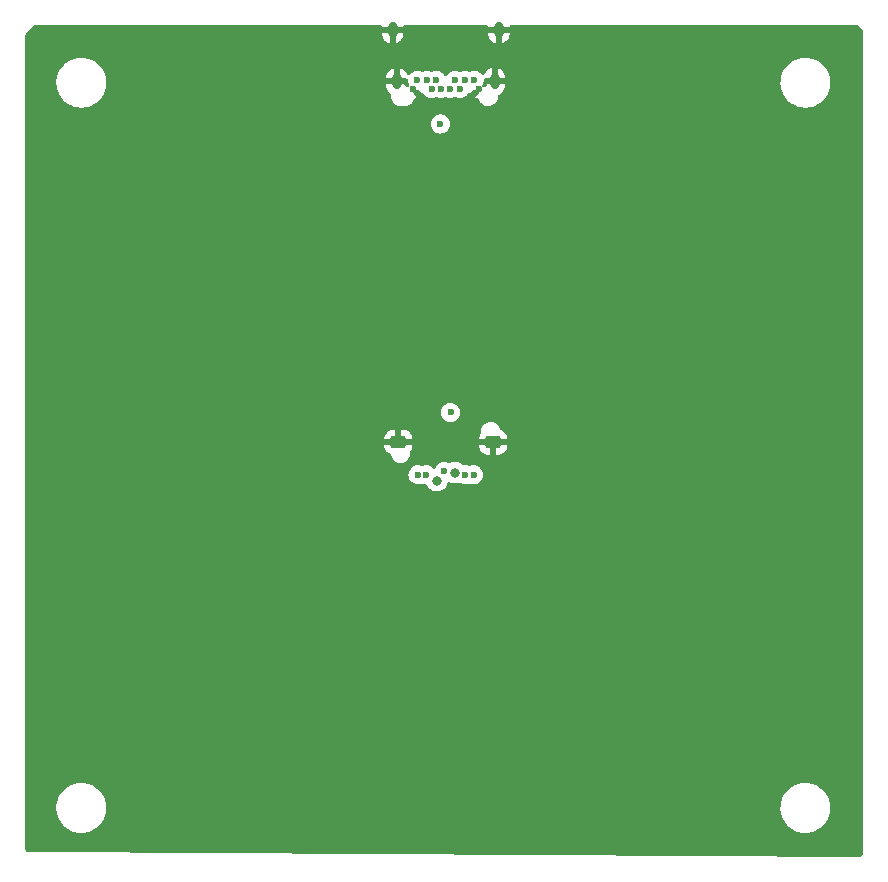
<source format=gbr>
%TF.GenerationSoftware,KiCad,Pcbnew,(6.0.7)*%
%TF.CreationDate,2022-09-26T17:50:27-05:00*%
%TF.ProjectId,T7Totem,5437546f-7465-46d2-9e6b-696361645f70,rev?*%
%TF.SameCoordinates,Original*%
%TF.FileFunction,Copper,L3,Inr*%
%TF.FilePolarity,Positive*%
%FSLAX46Y46*%
G04 Gerber Fmt 4.6, Leading zero omitted, Abs format (unit mm)*
G04 Created by KiCad (PCBNEW (6.0.7)) date 2022-09-26 17:50:27*
%MOMM*%
%LPD*%
G01*
G04 APERTURE LIST*
G04 Aperture macros list*
%AMRoundRect*
0 Rectangle with rounded corners*
0 $1 Rounding radius*
0 $2 $3 $4 $5 $6 $7 $8 $9 X,Y pos of 4 corners*
0 Add a 4 corners polygon primitive as box body*
4,1,4,$2,$3,$4,$5,$6,$7,$8,$9,$2,$3,0*
0 Add four circle primitives for the rounded corners*
1,1,$1+$1,$2,$3*
1,1,$1+$1,$4,$5*
1,1,$1+$1,$6,$7*
1,1,$1+$1,$8,$9*
0 Add four rect primitives between the rounded corners*
20,1,$1+$1,$2,$3,$4,$5,0*
20,1,$1+$1,$4,$5,$6,$7,0*
20,1,$1+$1,$6,$7,$8,$9,0*
20,1,$1+$1,$8,$9,$2,$3,0*%
G04 Aperture macros list end*
%TA.AperFunction,ComponentPad*%
%ADD10C,0.600000*%
%TD*%
%TA.AperFunction,ComponentPad*%
%ADD11O,0.800000X1.400000*%
%TD*%
%TA.AperFunction,ComponentPad*%
%ADD12RoundRect,0.275000X-0.400000X-0.275000X0.400000X-0.275000X0.400000X0.275000X-0.400000X0.275000X0*%
%TD*%
%TA.AperFunction,ViaPad*%
%ADD13C,0.800000*%
%TD*%
%TA.AperFunction,ViaPad*%
%ADD14C,0.600000*%
%TD*%
G04 APERTURE END LIST*
D10*
%TO.N,VSS*%
%TO.C,J2*%
X166350000Y-70395000D03*
%TO.N,TX2+*%
X166750000Y-69695000D03*
%TO.N,TX2-*%
X167550000Y-69695000D03*
%TO.N,VBUS*%
X167950000Y-70395000D03*
%TO.N,CC2*%
X168350000Y-69695000D03*
%TO.N,D+*%
X168750000Y-70395000D03*
%TO.N,D-*%
X169550000Y-70395000D03*
%TO.N,SBU2*%
X169950000Y-69695000D03*
%TO.N,VBUS*%
X170350000Y-70395000D03*
%TO.N,RX1-*%
X170750000Y-69695000D03*
%TO.N,RX1+*%
X171550000Y-69695000D03*
%TO.N,VSS*%
X171950000Y-70395000D03*
D11*
X173640000Y-65405000D03*
X165020000Y-69795000D03*
X173280000Y-69795000D03*
X164660000Y-65405000D03*
%TD*%
D12*
%TO.N,VSS*%
%TO.C,J1*%
X165145000Y-100350000D03*
X173155000Y-100350000D03*
%TD*%
D13*
%TO.N,CC2*%
X168400000Y-103600000D03*
%TO.N,SBU2*%
X169920360Y-102905421D03*
D14*
%TO.N,D-*%
X168700000Y-73400000D03*
%TO.N,RX1+*%
X171500800Y-103100000D03*
%TO.N,RX1-*%
X170799200Y-103100000D03*
%TO.N,TX2+*%
X166799200Y-103100000D03*
%TO.N,TX2-*%
X167500800Y-103100000D03*
%TO.N,D+*%
X169555653Y-97822425D03*
X169024500Y-102812038D03*
%TD*%
%TA.AperFunction,Conductor*%
%TO.N,VSS*%
G36*
X163694121Y-65020002D02*
G01*
X163740614Y-65073658D01*
X163752000Y-65126000D01*
X163752000Y-65132885D01*
X163756475Y-65148124D01*
X163757865Y-65149329D01*
X163765548Y-65151000D01*
X165549885Y-65151000D01*
X165565124Y-65146525D01*
X165566329Y-65145135D01*
X165568000Y-65137452D01*
X165568000Y-65126000D01*
X165588002Y-65057879D01*
X165641658Y-65011386D01*
X165694000Y-65000000D01*
X172606000Y-65000000D01*
X172674121Y-65020002D01*
X172720614Y-65073658D01*
X172732000Y-65126000D01*
X172732000Y-65132885D01*
X172736475Y-65148124D01*
X172737865Y-65149329D01*
X172745548Y-65151000D01*
X174529885Y-65151000D01*
X174545124Y-65146525D01*
X174546329Y-65145135D01*
X174548000Y-65137452D01*
X174548000Y-65126000D01*
X174568002Y-65057879D01*
X174621658Y-65011386D01*
X174674000Y-65000000D01*
X203920488Y-65000000D01*
X203988609Y-65020002D01*
X204002676Y-65030495D01*
X204011777Y-65038327D01*
X204018684Y-65044737D01*
X204355271Y-65381324D01*
X204361667Y-65388216D01*
X204469506Y-65513527D01*
X204498778Y-65578206D01*
X204500000Y-65595713D01*
X204500000Y-135112933D01*
X204479998Y-135181054D01*
X204469511Y-135195113D01*
X204411919Y-135262036D01*
X204405523Y-135268928D01*
X204214001Y-135460450D01*
X204151689Y-135494476D01*
X204124019Y-135497352D01*
X135676455Y-135015327D01*
X133720809Y-135001555D01*
X133652831Y-134981074D01*
X133626192Y-134957746D01*
X133577544Y-134901216D01*
X133571669Y-134893849D01*
X133524621Y-134830101D01*
X133500263Y-134763414D01*
X133500000Y-134755280D01*
X133500000Y-131432703D01*
X136190743Y-131432703D01*
X136228268Y-131717734D01*
X136304129Y-131995036D01*
X136416923Y-132259476D01*
X136564561Y-132506161D01*
X136744313Y-132730528D01*
X136952851Y-132928423D01*
X137186317Y-133096186D01*
X137190112Y-133098195D01*
X137190113Y-133098196D01*
X137211869Y-133109715D01*
X137440392Y-133230712D01*
X137710373Y-133329511D01*
X137991264Y-133390755D01*
X138019841Y-133393004D01*
X138214282Y-133408307D01*
X138214291Y-133408307D01*
X138216739Y-133408500D01*
X138372271Y-133408500D01*
X138374407Y-133408354D01*
X138374418Y-133408354D01*
X138582548Y-133394165D01*
X138582554Y-133394164D01*
X138586825Y-133393873D01*
X138591020Y-133393004D01*
X138591022Y-133393004D01*
X138727583Y-133364724D01*
X138868342Y-133335574D01*
X139139343Y-133239607D01*
X139394812Y-133107750D01*
X139398313Y-133105289D01*
X139398317Y-133105287D01*
X139512417Y-133025096D01*
X139630023Y-132942441D01*
X139822410Y-132763664D01*
X139837479Y-132749661D01*
X139837481Y-132749658D01*
X139840622Y-132746740D01*
X140022713Y-132524268D01*
X140172927Y-132279142D01*
X140288483Y-132015898D01*
X140367244Y-131739406D01*
X140407751Y-131454784D01*
X140407845Y-131436951D01*
X140407867Y-131432703D01*
X197490743Y-131432703D01*
X197528268Y-131717734D01*
X197604129Y-131995036D01*
X197716923Y-132259476D01*
X197864561Y-132506161D01*
X198044313Y-132730528D01*
X198252851Y-132928423D01*
X198486317Y-133096186D01*
X198490112Y-133098195D01*
X198490113Y-133098196D01*
X198511869Y-133109715D01*
X198740392Y-133230712D01*
X199010373Y-133329511D01*
X199291264Y-133390755D01*
X199319841Y-133393004D01*
X199514282Y-133408307D01*
X199514291Y-133408307D01*
X199516739Y-133408500D01*
X199672271Y-133408500D01*
X199674407Y-133408354D01*
X199674418Y-133408354D01*
X199882548Y-133394165D01*
X199882554Y-133394164D01*
X199886825Y-133393873D01*
X199891020Y-133393004D01*
X199891022Y-133393004D01*
X200027583Y-133364724D01*
X200168342Y-133335574D01*
X200439343Y-133239607D01*
X200694812Y-133107750D01*
X200698313Y-133105289D01*
X200698317Y-133105287D01*
X200812417Y-133025096D01*
X200930023Y-132942441D01*
X201122410Y-132763664D01*
X201137479Y-132749661D01*
X201137481Y-132749658D01*
X201140622Y-132746740D01*
X201322713Y-132524268D01*
X201472927Y-132279142D01*
X201588483Y-132015898D01*
X201667244Y-131739406D01*
X201707751Y-131454784D01*
X201707845Y-131436951D01*
X201709235Y-131171583D01*
X201709235Y-131171576D01*
X201709257Y-131167297D01*
X201671732Y-130882266D01*
X201665104Y-130858036D01*
X201621884Y-130700053D01*
X201595871Y-130604964D01*
X201580191Y-130568204D01*
X201484763Y-130344476D01*
X201484761Y-130344472D01*
X201483077Y-130340524D01*
X201335439Y-130093839D01*
X201155687Y-129869472D01*
X200947149Y-129671577D01*
X200713683Y-129503814D01*
X200691843Y-129492250D01*
X200668654Y-129479972D01*
X200459608Y-129369288D01*
X200189627Y-129270489D01*
X199908736Y-129209245D01*
X199877685Y-129206801D01*
X199685718Y-129191693D01*
X199685709Y-129191693D01*
X199683261Y-129191500D01*
X199527729Y-129191500D01*
X199525593Y-129191646D01*
X199525582Y-129191646D01*
X199317452Y-129205835D01*
X199317446Y-129205836D01*
X199313175Y-129206127D01*
X199308980Y-129206996D01*
X199308978Y-129206996D01*
X199172416Y-129235277D01*
X199031658Y-129264426D01*
X198760657Y-129360393D01*
X198505188Y-129492250D01*
X198501687Y-129494711D01*
X198501683Y-129494713D01*
X198491594Y-129501804D01*
X198269977Y-129657559D01*
X198059378Y-129853260D01*
X197877287Y-130075732D01*
X197727073Y-130320858D01*
X197611517Y-130584102D01*
X197532756Y-130860594D01*
X197492249Y-131145216D01*
X197492227Y-131149505D01*
X197492226Y-131149512D01*
X197491108Y-131362948D01*
X197490743Y-131432703D01*
X140407867Y-131432703D01*
X140409235Y-131171583D01*
X140409235Y-131171576D01*
X140409257Y-131167297D01*
X140371732Y-130882266D01*
X140365104Y-130858036D01*
X140321884Y-130700053D01*
X140295871Y-130604964D01*
X140280191Y-130568204D01*
X140184763Y-130344476D01*
X140184761Y-130344472D01*
X140183077Y-130340524D01*
X140035439Y-130093839D01*
X139855687Y-129869472D01*
X139647149Y-129671577D01*
X139413683Y-129503814D01*
X139391843Y-129492250D01*
X139368654Y-129479972D01*
X139159608Y-129369288D01*
X138889627Y-129270489D01*
X138608736Y-129209245D01*
X138577685Y-129206801D01*
X138385718Y-129191693D01*
X138385709Y-129191693D01*
X138383261Y-129191500D01*
X138227729Y-129191500D01*
X138225593Y-129191646D01*
X138225582Y-129191646D01*
X138017452Y-129205835D01*
X138017446Y-129205836D01*
X138013175Y-129206127D01*
X138008980Y-129206996D01*
X138008978Y-129206996D01*
X137872416Y-129235277D01*
X137731658Y-129264426D01*
X137460657Y-129360393D01*
X137205188Y-129492250D01*
X137201687Y-129494711D01*
X137201683Y-129494713D01*
X137191594Y-129501804D01*
X136969977Y-129657559D01*
X136759378Y-129853260D01*
X136577287Y-130075732D01*
X136427073Y-130320858D01*
X136311517Y-130584102D01*
X136232756Y-130860594D01*
X136192249Y-131145216D01*
X136192227Y-131149505D01*
X136192226Y-131149512D01*
X136191108Y-131362948D01*
X136190743Y-131432703D01*
X133500000Y-131432703D01*
X133500000Y-103088640D01*
X165985663Y-103088640D01*
X166003363Y-103269160D01*
X166060618Y-103441273D01*
X166064265Y-103447295D01*
X166064266Y-103447297D01*
X166148538Y-103586447D01*
X166154580Y-103596424D01*
X166280582Y-103726902D01*
X166432359Y-103826222D01*
X166438963Y-103828678D01*
X166438965Y-103828679D01*
X166595758Y-103886990D01*
X166595760Y-103886990D01*
X166602368Y-103889448D01*
X166686195Y-103900633D01*
X166775180Y-103912507D01*
X166775184Y-103912507D01*
X166782161Y-103913438D01*
X166789172Y-103912800D01*
X166789176Y-103912800D01*
X166931659Y-103899832D01*
X166962800Y-103896998D01*
X166969500Y-103894821D01*
X166969505Y-103894820D01*
X167113990Y-103847874D01*
X167184958Y-103845847D01*
X167196836Y-103849606D01*
X167303968Y-103889448D01*
X167474485Y-103912200D01*
X167539360Y-103941036D01*
X167566937Y-103974092D01*
X167660960Y-104136944D01*
X167788747Y-104278866D01*
X167943248Y-104391118D01*
X167949276Y-104393802D01*
X167949278Y-104393803D01*
X168111681Y-104466109D01*
X168117712Y-104468794D01*
X168211113Y-104488647D01*
X168298056Y-104507128D01*
X168298061Y-104507128D01*
X168304513Y-104508500D01*
X168495487Y-104508500D01*
X168501939Y-104507128D01*
X168501944Y-104507128D01*
X168588887Y-104488647D01*
X168682288Y-104468794D01*
X168688319Y-104466109D01*
X168850722Y-104393803D01*
X168850724Y-104393802D01*
X168856752Y-104391118D01*
X169011253Y-104278866D01*
X169139040Y-104136944D01*
X169234527Y-103971556D01*
X169275373Y-103845847D01*
X169291501Y-103796210D01*
X169291501Y-103796209D01*
X169293542Y-103789928D01*
X169293917Y-103786362D01*
X169327115Y-103724875D01*
X169389266Y-103690556D01*
X169460105Y-103695285D01*
X169467880Y-103698441D01*
X169632035Y-103771527D01*
X169638072Y-103774215D01*
X169731472Y-103794068D01*
X169818416Y-103812549D01*
X169818421Y-103812549D01*
X169824873Y-103813921D01*
X170015847Y-103813921D01*
X170022299Y-103812549D01*
X170022304Y-103812549D01*
X170109247Y-103794068D01*
X170202648Y-103774215D01*
X170208681Y-103771529D01*
X170208687Y-103771527D01*
X170229298Y-103762351D01*
X170299665Y-103752917D01*
X170349537Y-103772025D01*
X170372952Y-103787347D01*
X170432359Y-103826222D01*
X170438963Y-103828678D01*
X170438965Y-103828679D01*
X170595758Y-103886990D01*
X170595760Y-103886990D01*
X170602368Y-103889448D01*
X170686195Y-103900633D01*
X170775180Y-103912507D01*
X170775184Y-103912507D01*
X170782161Y-103913438D01*
X170789172Y-103912800D01*
X170789176Y-103912800D01*
X170931659Y-103899832D01*
X170962800Y-103896998D01*
X170969500Y-103894821D01*
X170969505Y-103894820D01*
X171113990Y-103847874D01*
X171184958Y-103845847D01*
X171196836Y-103849606D01*
X171303968Y-103889448D01*
X171387795Y-103900633D01*
X171476780Y-103912507D01*
X171476784Y-103912507D01*
X171483761Y-103913438D01*
X171490772Y-103912800D01*
X171490776Y-103912800D01*
X171633259Y-103899832D01*
X171664400Y-103896998D01*
X171671102Y-103894820D01*
X171671104Y-103894820D01*
X171830209Y-103843124D01*
X171830212Y-103843123D01*
X171836908Y-103840947D01*
X171968754Y-103762351D01*
X171986660Y-103751677D01*
X171986662Y-103751676D01*
X171992712Y-103748069D01*
X172124066Y-103622982D01*
X172224443Y-103471902D01*
X172288855Y-103302338D01*
X172289835Y-103295366D01*
X172313548Y-103126639D01*
X172313548Y-103126636D01*
X172314099Y-103122717D01*
X172314416Y-103100000D01*
X172294197Y-102919745D01*
X172291880Y-102913091D01*
X172236864Y-102755106D01*
X172236862Y-102755103D01*
X172234545Y-102748448D01*
X172138426Y-102594624D01*
X172029822Y-102485259D01*
X172015578Y-102470915D01*
X172015574Y-102470912D01*
X172010615Y-102465918D01*
X171999497Y-102458862D01*
X171951338Y-102428300D01*
X171857466Y-102368727D01*
X171808357Y-102351240D01*
X171693225Y-102310243D01*
X171693220Y-102310242D01*
X171686590Y-102307881D01*
X171679602Y-102307048D01*
X171679599Y-102307047D01*
X171556498Y-102292368D01*
X171506480Y-102286404D01*
X171499477Y-102287140D01*
X171499476Y-102287140D01*
X171333088Y-102304628D01*
X171333086Y-102304629D01*
X171326088Y-102305364D01*
X171189626Y-102351819D01*
X171118695Y-102354837D01*
X171106765Y-102351243D01*
X171029236Y-102323636D01*
X170991624Y-102310243D01*
X170991622Y-102310243D01*
X170984990Y-102307881D01*
X170978002Y-102307048D01*
X170977999Y-102307047D01*
X170854898Y-102292368D01*
X170804880Y-102286404D01*
X170797877Y-102287140D01*
X170797876Y-102287140D01*
X170768531Y-102290224D01*
X170668314Y-102300758D01*
X170598478Y-102287986D01*
X170561509Y-102259758D01*
X170536035Y-102231466D01*
X170536034Y-102231465D01*
X170531613Y-102226555D01*
X170377112Y-102114303D01*
X170371084Y-102111619D01*
X170371082Y-102111618D01*
X170208679Y-102039312D01*
X170208678Y-102039312D01*
X170202648Y-102036627D01*
X170108739Y-102016666D01*
X170022304Y-101998293D01*
X170022299Y-101998293D01*
X170015847Y-101996921D01*
X169824873Y-101996921D01*
X169818421Y-101998293D01*
X169818416Y-101998293D01*
X169731981Y-102016666D01*
X169638072Y-102036627D01*
X169507933Y-102094568D01*
X169437568Y-102104002D01*
X169393518Y-102087476D01*
X169393444Y-102087628D01*
X169391849Y-102086850D01*
X169389172Y-102085846D01*
X169381166Y-102080765D01*
X169346433Y-102068397D01*
X169216925Y-102022281D01*
X169216920Y-102022280D01*
X169210290Y-102019919D01*
X169203302Y-102019086D01*
X169203299Y-102019085D01*
X169074820Y-102003765D01*
X169030180Y-101998442D01*
X169023177Y-101999178D01*
X169023176Y-101999178D01*
X168856788Y-102016666D01*
X168856786Y-102016667D01*
X168849788Y-102017402D01*
X168678079Y-102075856D01*
X168632329Y-102104002D01*
X168529595Y-102167204D01*
X168529592Y-102167206D01*
X168523588Y-102170900D01*
X168518553Y-102175831D01*
X168518550Y-102175833D01*
X168404024Y-102287986D01*
X168393993Y-102297809D01*
X168295735Y-102450276D01*
X168283001Y-102485261D01*
X168240909Y-102542431D01*
X168174588Y-102567770D01*
X168105096Y-102553230D01*
X168075195Y-102530950D01*
X168015578Y-102470915D01*
X168015574Y-102470912D01*
X168010615Y-102465918D01*
X167999497Y-102458862D01*
X167951338Y-102428300D01*
X167857466Y-102368727D01*
X167808357Y-102351240D01*
X167693225Y-102310243D01*
X167693220Y-102310242D01*
X167686590Y-102307881D01*
X167679602Y-102307048D01*
X167679599Y-102307047D01*
X167556498Y-102292368D01*
X167506480Y-102286404D01*
X167499477Y-102287140D01*
X167499476Y-102287140D01*
X167333088Y-102304628D01*
X167333086Y-102304629D01*
X167326088Y-102305364D01*
X167189626Y-102351819D01*
X167118695Y-102354837D01*
X167106765Y-102351243D01*
X167029236Y-102323636D01*
X166991624Y-102310243D01*
X166991622Y-102310243D01*
X166984990Y-102307881D01*
X166978002Y-102307048D01*
X166977999Y-102307047D01*
X166854898Y-102292368D01*
X166804880Y-102286404D01*
X166797877Y-102287140D01*
X166797876Y-102287140D01*
X166631488Y-102304628D01*
X166631486Y-102304629D01*
X166624488Y-102305364D01*
X166452779Y-102363818D01*
X166446775Y-102367512D01*
X166304295Y-102455166D01*
X166304292Y-102455168D01*
X166298288Y-102458862D01*
X166293253Y-102463793D01*
X166293250Y-102463795D01*
X166187075Y-102567770D01*
X166168693Y-102585771D01*
X166070435Y-102738238D01*
X166068026Y-102744858D01*
X166068024Y-102744861D01*
X166010806Y-102902066D01*
X166008397Y-102908685D01*
X165985663Y-103088640D01*
X133500000Y-103088640D01*
X133500000Y-100709122D01*
X163962001Y-100709122D01*
X163962051Y-100710851D01*
X163963470Y-100720771D01*
X164000200Y-100879867D01*
X164004850Y-100893070D01*
X164075171Y-101038535D01*
X164082637Y-101050391D01*
X164183439Y-101176665D01*
X164193335Y-101186561D01*
X164319609Y-101287363D01*
X164331464Y-101294829D01*
X164478515Y-101365916D01*
X164531140Y-101413572D01*
X164545247Y-101448600D01*
X164545364Y-101449712D01*
X164603818Y-101621421D01*
X164698862Y-101775912D01*
X164703793Y-101780947D01*
X164703795Y-101780950D01*
X164820843Y-101900475D01*
X164825771Y-101905507D01*
X164978238Y-102003765D01*
X164984858Y-102006174D01*
X164984861Y-102006176D01*
X165142066Y-102063394D01*
X165148685Y-102065803D01*
X165288769Y-102083500D01*
X165385610Y-102083500D01*
X165520255Y-102068397D01*
X165534622Y-102063394D01*
X165684894Y-102011064D01*
X165684897Y-102011062D01*
X165691552Y-102008745D01*
X165699522Y-102003765D01*
X165839402Y-101916359D01*
X165845376Y-101912626D01*
X165857612Y-101900475D01*
X165969085Y-101789778D01*
X165969088Y-101789774D01*
X165974082Y-101784815D01*
X166071273Y-101631666D01*
X166081672Y-101602463D01*
X166129757Y-101467425D01*
X166129758Y-101467420D01*
X166132119Y-101460790D01*
X166133132Y-101452299D01*
X166152762Y-101287673D01*
X166153596Y-101280680D01*
X166143865Y-101188094D01*
X166156637Y-101118256D01*
X166170703Y-101096316D01*
X166207364Y-101050391D01*
X166214828Y-101038538D01*
X166285150Y-100893070D01*
X166289800Y-100879867D01*
X166326532Y-100720764D01*
X166327949Y-100710867D01*
X166327999Y-100709122D01*
X171972001Y-100709122D01*
X171972051Y-100710851D01*
X171973470Y-100720771D01*
X172010200Y-100879867D01*
X172014850Y-100893070D01*
X172085171Y-101038535D01*
X172092637Y-101050391D01*
X172193439Y-101176665D01*
X172203335Y-101186561D01*
X172329609Y-101287363D01*
X172341465Y-101294829D01*
X172486930Y-101365150D01*
X172500133Y-101369800D01*
X172659236Y-101406532D01*
X172669133Y-101407949D01*
X172670907Y-101408000D01*
X172882885Y-101408000D01*
X172898124Y-101403525D01*
X172899329Y-101402135D01*
X172901000Y-101394452D01*
X172901000Y-101389884D01*
X173409000Y-101389884D01*
X173413475Y-101405123D01*
X173414865Y-101406328D01*
X173422548Y-101407999D01*
X173639122Y-101407999D01*
X173640851Y-101407949D01*
X173650771Y-101406530D01*
X173809867Y-101369800D01*
X173823070Y-101365150D01*
X173968535Y-101294829D01*
X173980391Y-101287363D01*
X174106665Y-101186561D01*
X174116561Y-101176665D01*
X174217363Y-101050391D01*
X174224829Y-101038535D01*
X174295150Y-100893070D01*
X174299800Y-100879867D01*
X174336532Y-100720764D01*
X174337949Y-100710867D01*
X174338000Y-100709093D01*
X174338000Y-100622115D01*
X174333525Y-100606876D01*
X174332135Y-100605671D01*
X174324452Y-100604000D01*
X173427115Y-100604000D01*
X173411876Y-100608475D01*
X173410671Y-100609865D01*
X173409000Y-100617548D01*
X173409000Y-101389884D01*
X172901000Y-101389884D01*
X172901000Y-100622115D01*
X172896525Y-100606876D01*
X172895135Y-100605671D01*
X172887452Y-100604000D01*
X171990116Y-100604000D01*
X171974877Y-100608475D01*
X171973672Y-100609865D01*
X171972001Y-100617548D01*
X171972001Y-100709122D01*
X166327999Y-100709122D01*
X166328000Y-100709093D01*
X166328000Y-100622115D01*
X166323525Y-100606876D01*
X166322135Y-100605671D01*
X166314452Y-100604000D01*
X165828479Y-100604000D01*
X165760227Y-100583913D01*
X165701762Y-100546235D01*
X165695142Y-100543826D01*
X165695139Y-100543824D01*
X165537934Y-100486606D01*
X165537933Y-100486606D01*
X165531315Y-100484197D01*
X165391231Y-100466500D01*
X165294390Y-100466500D01*
X165159745Y-100481603D01*
X165153092Y-100483920D01*
X165153091Y-100483920D01*
X164995106Y-100538936D01*
X164995103Y-100538938D01*
X164988448Y-100541255D01*
X164982469Y-100544991D01*
X164918674Y-100584854D01*
X164851905Y-100604000D01*
X163980116Y-100604000D01*
X163964877Y-100608475D01*
X163963672Y-100609865D01*
X163962001Y-100617548D01*
X163962001Y-100709122D01*
X133500000Y-100709122D01*
X133500000Y-100077885D01*
X163962000Y-100077885D01*
X163966475Y-100093124D01*
X163967865Y-100094329D01*
X163975548Y-100096000D01*
X164872885Y-100096000D01*
X164888124Y-100091525D01*
X164889329Y-100090135D01*
X164891000Y-100082452D01*
X164891000Y-100077885D01*
X165399000Y-100077885D01*
X165403475Y-100093124D01*
X165404865Y-100094329D01*
X165412548Y-100096000D01*
X166309884Y-100096000D01*
X166325123Y-100091525D01*
X166326328Y-100090135D01*
X166327999Y-100082452D01*
X166327999Y-100077885D01*
X171972000Y-100077885D01*
X171976475Y-100093124D01*
X171977865Y-100094329D01*
X171985548Y-100096000D01*
X172471521Y-100096000D01*
X172539773Y-100116087D01*
X172598238Y-100153765D01*
X172604858Y-100156174D01*
X172604861Y-100156176D01*
X172762066Y-100213394D01*
X172768685Y-100215803D01*
X172908769Y-100233500D01*
X173005610Y-100233500D01*
X173140255Y-100218397D01*
X173154622Y-100213394D01*
X173304894Y-100161064D01*
X173304897Y-100161062D01*
X173311552Y-100158745D01*
X173381325Y-100115146D01*
X173448095Y-100096000D01*
X174319884Y-100096000D01*
X174335123Y-100091525D01*
X174336328Y-100090135D01*
X174337999Y-100082452D01*
X174337999Y-99990878D01*
X174337949Y-99989149D01*
X174336530Y-99979229D01*
X174299800Y-99820133D01*
X174295150Y-99806930D01*
X174224829Y-99661465D01*
X174217363Y-99649609D01*
X174116561Y-99523335D01*
X174106665Y-99513439D01*
X173980391Y-99412637D01*
X173968536Y-99405171D01*
X173821485Y-99334084D01*
X173768860Y-99286428D01*
X173754753Y-99251400D01*
X173754636Y-99250288D01*
X173696182Y-99078579D01*
X173601138Y-98924088D01*
X173596207Y-98919053D01*
X173596205Y-98919050D01*
X173479157Y-98799525D01*
X173479156Y-98799524D01*
X173474229Y-98794493D01*
X173321762Y-98696235D01*
X173315142Y-98693826D01*
X173315139Y-98693824D01*
X173157934Y-98636606D01*
X173157933Y-98636606D01*
X173151315Y-98634197D01*
X173011231Y-98616500D01*
X172914390Y-98616500D01*
X172779745Y-98631603D01*
X172773092Y-98633920D01*
X172773091Y-98633920D01*
X172615106Y-98688936D01*
X172615103Y-98688938D01*
X172608448Y-98691255D01*
X172602469Y-98694991D01*
X172594367Y-98700054D01*
X172454624Y-98787374D01*
X172449628Y-98792335D01*
X172449627Y-98792336D01*
X172330915Y-98910222D01*
X172330912Y-98910226D01*
X172325918Y-98915185D01*
X172228727Y-99068334D01*
X172226362Y-99074976D01*
X172170243Y-99232575D01*
X172170242Y-99232580D01*
X172167881Y-99239210D01*
X172167048Y-99246198D01*
X172167047Y-99246201D01*
X172152368Y-99369302D01*
X172146404Y-99419320D01*
X172147140Y-99426323D01*
X172147140Y-99426325D01*
X172156135Y-99511906D01*
X172143363Y-99581744D01*
X172129297Y-99603684D01*
X172092636Y-99649609D01*
X172085172Y-99661462D01*
X172014850Y-99806930D01*
X172010200Y-99820133D01*
X171973468Y-99979236D01*
X171972051Y-99989133D01*
X171972000Y-99990907D01*
X171972000Y-100077885D01*
X166327999Y-100077885D01*
X166327999Y-99990878D01*
X166327949Y-99989149D01*
X166326530Y-99979229D01*
X166289800Y-99820133D01*
X166285150Y-99806930D01*
X166214829Y-99661465D01*
X166207363Y-99649609D01*
X166106561Y-99523335D01*
X166096665Y-99513439D01*
X165970391Y-99412637D01*
X165958535Y-99405171D01*
X165813070Y-99334850D01*
X165799867Y-99330200D01*
X165640764Y-99293468D01*
X165630867Y-99292051D01*
X165629093Y-99292000D01*
X165417115Y-99292000D01*
X165401876Y-99296475D01*
X165400671Y-99297865D01*
X165399000Y-99305548D01*
X165399000Y-100077885D01*
X164891000Y-100077885D01*
X164891000Y-99310116D01*
X164886525Y-99294877D01*
X164885135Y-99293672D01*
X164877452Y-99292001D01*
X164660878Y-99292001D01*
X164659149Y-99292051D01*
X164649229Y-99293470D01*
X164490133Y-99330200D01*
X164476930Y-99334850D01*
X164331465Y-99405171D01*
X164319609Y-99412637D01*
X164193335Y-99513439D01*
X164183439Y-99523335D01*
X164082637Y-99649609D01*
X164075171Y-99661465D01*
X164004850Y-99806930D01*
X164000200Y-99820133D01*
X163963468Y-99979236D01*
X163962051Y-99989133D01*
X163962000Y-99990907D01*
X163962000Y-100077885D01*
X133500000Y-100077885D01*
X133500000Y-97811065D01*
X168742116Y-97811065D01*
X168759816Y-97991585D01*
X168817071Y-98163698D01*
X168820718Y-98169720D01*
X168820719Y-98169722D01*
X168831631Y-98187739D01*
X168911033Y-98318849D01*
X169037035Y-98449327D01*
X169188812Y-98548647D01*
X169195416Y-98551103D01*
X169195418Y-98551104D01*
X169352211Y-98609415D01*
X169352213Y-98609415D01*
X169358821Y-98611873D01*
X169442648Y-98623058D01*
X169531633Y-98634932D01*
X169531637Y-98634932D01*
X169538614Y-98635863D01*
X169545625Y-98635225D01*
X169545629Y-98635225D01*
X169688112Y-98622257D01*
X169719253Y-98619423D01*
X169725955Y-98617245D01*
X169725957Y-98617245D01*
X169885062Y-98565549D01*
X169885065Y-98565548D01*
X169891761Y-98563372D01*
X170047565Y-98470494D01*
X170178919Y-98345407D01*
X170279296Y-98194327D01*
X170343708Y-98024763D01*
X170344688Y-98017791D01*
X170368401Y-97849064D01*
X170368401Y-97849061D01*
X170368952Y-97845142D01*
X170369269Y-97822425D01*
X170349050Y-97642170D01*
X170346733Y-97635516D01*
X170291717Y-97477531D01*
X170291715Y-97477528D01*
X170289398Y-97470873D01*
X170193279Y-97317049D01*
X170179594Y-97303268D01*
X170070431Y-97193340D01*
X170070427Y-97193337D01*
X170065468Y-97188343D01*
X170054350Y-97181287D01*
X170006191Y-97150725D01*
X169912319Y-97091152D01*
X169883116Y-97080753D01*
X169748078Y-97032668D01*
X169748073Y-97032667D01*
X169741443Y-97030306D01*
X169734455Y-97029473D01*
X169734452Y-97029472D01*
X169611351Y-97014793D01*
X169561333Y-97008829D01*
X169554330Y-97009565D01*
X169554329Y-97009565D01*
X169387941Y-97027053D01*
X169387939Y-97027054D01*
X169380941Y-97027789D01*
X169209232Y-97086243D01*
X169203228Y-97089937D01*
X169060748Y-97177591D01*
X169060745Y-97177593D01*
X169054741Y-97181287D01*
X169049706Y-97186218D01*
X169049703Y-97186220D01*
X168930178Y-97303268D01*
X168925146Y-97308196D01*
X168826888Y-97460663D01*
X168824479Y-97467283D01*
X168824477Y-97467286D01*
X168767259Y-97624491D01*
X168764850Y-97631110D01*
X168742116Y-97811065D01*
X133500000Y-97811065D01*
X133500000Y-73388640D01*
X167886463Y-73388640D01*
X167904163Y-73569160D01*
X167961418Y-73741273D01*
X167965065Y-73747295D01*
X167965066Y-73747297D01*
X167975978Y-73765314D01*
X168055380Y-73896424D01*
X168181382Y-74026902D01*
X168333159Y-74126222D01*
X168339763Y-74128678D01*
X168339765Y-74128679D01*
X168496558Y-74186990D01*
X168496560Y-74186990D01*
X168503168Y-74189448D01*
X168586995Y-74200633D01*
X168675980Y-74212507D01*
X168675984Y-74212507D01*
X168682961Y-74213438D01*
X168689972Y-74212800D01*
X168689976Y-74212800D01*
X168832459Y-74199832D01*
X168863600Y-74196998D01*
X168870302Y-74194820D01*
X168870304Y-74194820D01*
X169029409Y-74143124D01*
X169029412Y-74143123D01*
X169036108Y-74140947D01*
X169191912Y-74048069D01*
X169323266Y-73922982D01*
X169423643Y-73771902D01*
X169488055Y-73602338D01*
X169489035Y-73595366D01*
X169512748Y-73426639D01*
X169512748Y-73426636D01*
X169513299Y-73422717D01*
X169513616Y-73400000D01*
X169493397Y-73219745D01*
X169491080Y-73213091D01*
X169436064Y-73055106D01*
X169436062Y-73055103D01*
X169433745Y-73048448D01*
X169337626Y-72894624D01*
X169323941Y-72880843D01*
X169214778Y-72770915D01*
X169214774Y-72770912D01*
X169209815Y-72765918D01*
X169198697Y-72758862D01*
X169150538Y-72728300D01*
X169056666Y-72668727D01*
X169027463Y-72658328D01*
X168892425Y-72610243D01*
X168892420Y-72610242D01*
X168885790Y-72607881D01*
X168878802Y-72607048D01*
X168878799Y-72607047D01*
X168755698Y-72592368D01*
X168705680Y-72586404D01*
X168698677Y-72587140D01*
X168698676Y-72587140D01*
X168532288Y-72604628D01*
X168532286Y-72604629D01*
X168525288Y-72605364D01*
X168353579Y-72663818D01*
X168347575Y-72667512D01*
X168205095Y-72755166D01*
X168205092Y-72755168D01*
X168199088Y-72758862D01*
X168194053Y-72763793D01*
X168194050Y-72763795D01*
X168074525Y-72880843D01*
X168069493Y-72885771D01*
X167971235Y-73038238D01*
X167968826Y-73044858D01*
X167968824Y-73044861D01*
X167911606Y-73202066D01*
X167909197Y-73208685D01*
X167886463Y-73388640D01*
X133500000Y-73388640D01*
X133500000Y-70032703D01*
X136190743Y-70032703D01*
X136191302Y-70036947D01*
X136191302Y-70036951D01*
X136197927Y-70087274D01*
X136228268Y-70317734D01*
X136304129Y-70595036D01*
X136305813Y-70598984D01*
X136377437Y-70766902D01*
X136416923Y-70859476D01*
X136454293Y-70921917D01*
X136560068Y-71098653D01*
X136564561Y-71106161D01*
X136744313Y-71330528D01*
X136764475Y-71349661D01*
X136931114Y-71507795D01*
X136952851Y-71528423D01*
X137186317Y-71696186D01*
X137190112Y-71698195D01*
X137190113Y-71698196D01*
X137208881Y-71708133D01*
X137440392Y-71830712D01*
X137710373Y-71929511D01*
X137991264Y-71990755D01*
X138019841Y-71993004D01*
X138214282Y-72008307D01*
X138214291Y-72008307D01*
X138216739Y-72008500D01*
X138372271Y-72008500D01*
X138374407Y-72008354D01*
X138374418Y-72008354D01*
X138582548Y-71994165D01*
X138582554Y-71994164D01*
X138586825Y-71993873D01*
X138591020Y-71993004D01*
X138591022Y-71993004D01*
X138727584Y-71964723D01*
X138868342Y-71935574D01*
X139139343Y-71839607D01*
X139394812Y-71707750D01*
X139398313Y-71705289D01*
X139398317Y-71705287D01*
X139564640Y-71588393D01*
X139630023Y-71542441D01*
X139840622Y-71346740D01*
X140022713Y-71124268D01*
X140172927Y-70879142D01*
X140288483Y-70615898D01*
X140367244Y-70339406D01*
X140395722Y-70139302D01*
X164112000Y-70139302D01*
X164112344Y-70145862D01*
X164126259Y-70278261D01*
X164128989Y-70291102D01*
X164183889Y-70460066D01*
X164189235Y-70472074D01*
X164278062Y-70625927D01*
X164285786Y-70636558D01*
X164404663Y-70768585D01*
X164414426Y-70777376D01*
X164489848Y-70832173D01*
X164533202Y-70888395D01*
X164540095Y-70954688D01*
X164532892Y-70998198D01*
X164533249Y-71005015D01*
X164533249Y-71005019D01*
X164539294Y-71120355D01*
X164542370Y-71179047D01*
X164544181Y-71185620D01*
X164544181Y-71185623D01*
X164572373Y-71287972D01*
X164590461Y-71353641D01*
X164674922Y-71513836D01*
X164679327Y-71519049D01*
X164679330Y-71519053D01*
X164787406Y-71646943D01*
X164787410Y-71646947D01*
X164791813Y-71652157D01*
X164797237Y-71656304D01*
X164797238Y-71656305D01*
X164930257Y-71758006D01*
X164930261Y-71758009D01*
X164935678Y-71762150D01*
X165022372Y-71802576D01*
X165093631Y-71835805D01*
X165093634Y-71835806D01*
X165099808Y-71838685D01*
X165106456Y-71840171D01*
X165106459Y-71840172D01*
X165212421Y-71863857D01*
X165276543Y-71878190D01*
X165282088Y-71878500D01*
X165715244Y-71878500D01*
X165850037Y-71863857D01*
X165968190Y-71824094D01*
X166015204Y-71808272D01*
X166015206Y-71808271D01*
X166021675Y-71806094D01*
X166176905Y-71712823D01*
X166181862Y-71708135D01*
X166181865Y-71708133D01*
X166303527Y-71593082D01*
X166303529Y-71593080D01*
X166308485Y-71588393D01*
X166312317Y-71582755D01*
X166312320Y-71582751D01*
X166406442Y-71444255D01*
X166410277Y-71438612D01*
X166477530Y-71270466D01*
X166478645Y-71263733D01*
X166479178Y-71261823D01*
X166516763Y-71201591D01*
X166561601Y-71175876D01*
X166679199Y-71137667D01*
X166691953Y-71131881D01*
X166698769Y-71127818D01*
X166708358Y-71117476D01*
X166704853Y-71109063D01*
X166517706Y-70921917D01*
X166485325Y-70866281D01*
X166451352Y-70742941D01*
X166449539Y-70736359D01*
X166411814Y-70664807D01*
X166397737Y-70595220D01*
X166423516Y-70529069D01*
X166480967Y-70487356D01*
X166551661Y-70483888D01*
X166553168Y-70484448D01*
X166560145Y-70485379D01*
X166725980Y-70507507D01*
X166725984Y-70507507D01*
X166732961Y-70508438D01*
X166739972Y-70507800D01*
X166739977Y-70507800D01*
X166756388Y-70506306D01*
X166826041Y-70520051D01*
X166856903Y-70542692D01*
X167062500Y-70748289D01*
X167076444Y-70755903D01*
X167083519Y-70755397D01*
X167131890Y-70737355D01*
X167201264Y-70752445D01*
X167248657Y-70797763D01*
X167300157Y-70882799D01*
X167305380Y-70891424D01*
X167431382Y-71021902D01*
X167437278Y-71025760D01*
X167554517Y-71102479D01*
X167583159Y-71121222D01*
X167589763Y-71123678D01*
X167589765Y-71123679D01*
X167746558Y-71181990D01*
X167746560Y-71181990D01*
X167753168Y-71184448D01*
X167836995Y-71195633D01*
X167925980Y-71207507D01*
X167925984Y-71207507D01*
X167932961Y-71208438D01*
X167939972Y-71207800D01*
X167939976Y-71207800D01*
X168082459Y-71194832D01*
X168113600Y-71191998D01*
X168120302Y-71189820D01*
X168120304Y-71189820D01*
X168279409Y-71138124D01*
X168279412Y-71138123D01*
X168286108Y-71135947D01*
X168292159Y-71132340D01*
X168298574Y-71129430D01*
X168299826Y-71132190D01*
X168355550Y-71117866D01*
X168395185Y-71125694D01*
X168553168Y-71184448D01*
X168636995Y-71195633D01*
X168725980Y-71207507D01*
X168725984Y-71207507D01*
X168732961Y-71208438D01*
X168739972Y-71207800D01*
X168739976Y-71207800D01*
X168882459Y-71194832D01*
X168913600Y-71191998D01*
X168920302Y-71189820D01*
X168920304Y-71189820D01*
X169079409Y-71138124D01*
X169079412Y-71138123D01*
X169086108Y-71135947D01*
X169092159Y-71132340D01*
X169098574Y-71129430D01*
X169099826Y-71132190D01*
X169155550Y-71117866D01*
X169195185Y-71125694D01*
X169353168Y-71184448D01*
X169436995Y-71195633D01*
X169525980Y-71207507D01*
X169525984Y-71207507D01*
X169532961Y-71208438D01*
X169539972Y-71207800D01*
X169539976Y-71207800D01*
X169682459Y-71194832D01*
X169713600Y-71191998D01*
X169720302Y-71189820D01*
X169720304Y-71189820D01*
X169879409Y-71138124D01*
X169879412Y-71138123D01*
X169886108Y-71135947D01*
X169892159Y-71132340D01*
X169898574Y-71129430D01*
X169899826Y-71132190D01*
X169955550Y-71117866D01*
X169995185Y-71125694D01*
X170153168Y-71184448D01*
X170236995Y-71195633D01*
X170325980Y-71207507D01*
X170325984Y-71207507D01*
X170332961Y-71208438D01*
X170339972Y-71207800D01*
X170339976Y-71207800D01*
X170482459Y-71194832D01*
X170513600Y-71191998D01*
X170520302Y-71189820D01*
X170520304Y-71189820D01*
X170679409Y-71138124D01*
X170679412Y-71138123D01*
X170686108Y-71135947D01*
X170841912Y-71043069D01*
X170973266Y-70917982D01*
X171055732Y-70793860D01*
X171110089Y-70748190D01*
X171180509Y-70739157D01*
X171204592Y-70750771D01*
X171225535Y-70754353D01*
X171235794Y-70749995D01*
X171441259Y-70544530D01*
X171503571Y-70510504D01*
X171529567Y-70507985D01*
X171532961Y-70508438D01*
X171713600Y-70491998D01*
X171720302Y-70489820D01*
X171720304Y-70489820D01*
X171811877Y-70460066D01*
X171882658Y-70437068D01*
X171953624Y-70435040D01*
X172014422Y-70471703D01*
X172045748Y-70535415D01*
X172037655Y-70605949D01*
X172025805Y-70627723D01*
X172013560Y-70645740D01*
X172013555Y-70645750D01*
X172009723Y-70651388D01*
X172004356Y-70664807D01*
X171990599Y-70699202D01*
X171962705Y-70741505D01*
X171950000Y-70754210D01*
X171596236Y-71107975D01*
X171589476Y-71120355D01*
X171592259Y-71124073D01*
X171746680Y-71181502D01*
X171760278Y-71184892D01*
X171847562Y-71196539D01*
X171912439Y-71225375D01*
X171952373Y-71287972D01*
X171970461Y-71353641D01*
X172054922Y-71513836D01*
X172059327Y-71519049D01*
X172059330Y-71519053D01*
X172167406Y-71646943D01*
X172167410Y-71646947D01*
X172171813Y-71652157D01*
X172177237Y-71656304D01*
X172177238Y-71656305D01*
X172310257Y-71758006D01*
X172310261Y-71758009D01*
X172315678Y-71762150D01*
X172402372Y-71802576D01*
X172473631Y-71835805D01*
X172473634Y-71835806D01*
X172479808Y-71838685D01*
X172486456Y-71840171D01*
X172486459Y-71840172D01*
X172592421Y-71863857D01*
X172656543Y-71878190D01*
X172662088Y-71878500D01*
X172795244Y-71878500D01*
X172930037Y-71863857D01*
X173048190Y-71824094D01*
X173095204Y-71808272D01*
X173095206Y-71808271D01*
X173101675Y-71806094D01*
X173256905Y-71712823D01*
X173261862Y-71708135D01*
X173261865Y-71708133D01*
X173383527Y-71593082D01*
X173383529Y-71593080D01*
X173388485Y-71588393D01*
X173392317Y-71582755D01*
X173392320Y-71582751D01*
X173486442Y-71444255D01*
X173490277Y-71438612D01*
X173557530Y-71270466D01*
X173558644Y-71263738D01*
X173558645Y-71263734D01*
X173585993Y-71098539D01*
X173585993Y-71098536D01*
X173587108Y-71091802D01*
X173584491Y-71041859D01*
X173600898Y-70972787D01*
X173652047Y-70923549D01*
X173659069Y-70920158D01*
X173730468Y-70888370D01*
X173741843Y-70881802D01*
X173885574Y-70777376D01*
X173895337Y-70768585D01*
X174014214Y-70636558D01*
X174021938Y-70625927D01*
X174110765Y-70472074D01*
X174116111Y-70460066D01*
X174171011Y-70291102D01*
X174173741Y-70278261D01*
X174187656Y-70145862D01*
X174188000Y-70139302D01*
X174188000Y-70067115D01*
X174183525Y-70051876D01*
X174182135Y-70050671D01*
X174174452Y-70049000D01*
X172673326Y-70049000D01*
X172647681Y-70056530D01*
X172452352Y-70251859D01*
X172403444Y-70282183D01*
X172400829Y-70283063D01*
X172329886Y-70285833D01*
X172268709Y-70249808D01*
X172236719Y-70186427D01*
X172244074Y-70115812D01*
X172255690Y-70093923D01*
X172273643Y-70066902D01*
X172286634Y-70032703D01*
X197490743Y-70032703D01*
X197491302Y-70036947D01*
X197491302Y-70036951D01*
X197497927Y-70087274D01*
X197528268Y-70317734D01*
X197604129Y-70595036D01*
X197605813Y-70598984D01*
X197677437Y-70766902D01*
X197716923Y-70859476D01*
X197754293Y-70921917D01*
X197860068Y-71098653D01*
X197864561Y-71106161D01*
X198044313Y-71330528D01*
X198064475Y-71349661D01*
X198231114Y-71507795D01*
X198252851Y-71528423D01*
X198486317Y-71696186D01*
X198490112Y-71698195D01*
X198490113Y-71698196D01*
X198508881Y-71708133D01*
X198740392Y-71830712D01*
X199010373Y-71929511D01*
X199291264Y-71990755D01*
X199319841Y-71993004D01*
X199514282Y-72008307D01*
X199514291Y-72008307D01*
X199516739Y-72008500D01*
X199672271Y-72008500D01*
X199674407Y-72008354D01*
X199674418Y-72008354D01*
X199882548Y-71994165D01*
X199882554Y-71994164D01*
X199886825Y-71993873D01*
X199891020Y-71993004D01*
X199891022Y-71993004D01*
X200027584Y-71964723D01*
X200168342Y-71935574D01*
X200439343Y-71839607D01*
X200694812Y-71707750D01*
X200698313Y-71705289D01*
X200698317Y-71705287D01*
X200864640Y-71588393D01*
X200930023Y-71542441D01*
X201140622Y-71346740D01*
X201322713Y-71124268D01*
X201472927Y-70879142D01*
X201588483Y-70615898D01*
X201667244Y-70339406D01*
X201705996Y-70067115D01*
X201707146Y-70059036D01*
X201707146Y-70059034D01*
X201707751Y-70054784D01*
X201707782Y-70049000D01*
X201709235Y-69771583D01*
X201709235Y-69771576D01*
X201709257Y-69767297D01*
X201671732Y-69482266D01*
X201595871Y-69204964D01*
X201563868Y-69129934D01*
X201484763Y-68944476D01*
X201484761Y-68944472D01*
X201483077Y-68940524D01*
X201406530Y-68812624D01*
X201337643Y-68697521D01*
X201337640Y-68697517D01*
X201335439Y-68693839D01*
X201155687Y-68469472D01*
X200947149Y-68271577D01*
X200713683Y-68103814D01*
X200691843Y-68092250D01*
X200668654Y-68079972D01*
X200459608Y-67969288D01*
X200189627Y-67870489D01*
X199908736Y-67809245D01*
X199877685Y-67806801D01*
X199685718Y-67791693D01*
X199685709Y-67791693D01*
X199683261Y-67791500D01*
X199527729Y-67791500D01*
X199525593Y-67791646D01*
X199525582Y-67791646D01*
X199317452Y-67805835D01*
X199317446Y-67805836D01*
X199313175Y-67806127D01*
X199308980Y-67806996D01*
X199308978Y-67806996D01*
X199232683Y-67822796D01*
X199031658Y-67864426D01*
X198760657Y-67960393D01*
X198505188Y-68092250D01*
X198501687Y-68094711D01*
X198501683Y-68094713D01*
X198491594Y-68101804D01*
X198269977Y-68257559D01*
X198255019Y-68271459D01*
X198111040Y-68405253D01*
X198059378Y-68453260D01*
X197877287Y-68675732D01*
X197727073Y-68920858D01*
X197611517Y-69184102D01*
X197532756Y-69460594D01*
X197492249Y-69745216D01*
X197492227Y-69749505D01*
X197492226Y-69749512D01*
X197490765Y-70028417D01*
X197490743Y-70032703D01*
X172286634Y-70032703D01*
X172338055Y-69897338D01*
X172339035Y-69890366D01*
X172362748Y-69721639D01*
X172362748Y-69721636D01*
X172363299Y-69717717D01*
X172363616Y-69695000D01*
X172363174Y-69691063D01*
X172363174Y-69691055D01*
X172362051Y-69681042D01*
X172374336Y-69611117D01*
X172422476Y-69558934D01*
X172487266Y-69541000D01*
X173007885Y-69541000D01*
X173023124Y-69536525D01*
X173024329Y-69535135D01*
X173026000Y-69527452D01*
X173026000Y-69522885D01*
X173534000Y-69522885D01*
X173538475Y-69538124D01*
X173539865Y-69539329D01*
X173547548Y-69541000D01*
X174169885Y-69541000D01*
X174185124Y-69536525D01*
X174186329Y-69535135D01*
X174188000Y-69527452D01*
X174188000Y-69450698D01*
X174187656Y-69444138D01*
X174173741Y-69311739D01*
X174171011Y-69298898D01*
X174116111Y-69129934D01*
X174110765Y-69117926D01*
X174021938Y-68964073D01*
X174014214Y-68953442D01*
X173895337Y-68821415D01*
X173885574Y-68812624D01*
X173741843Y-68708198D01*
X173730471Y-68701632D01*
X173568161Y-68629367D01*
X173555675Y-68625310D01*
X173551722Y-68624470D01*
X173537659Y-68625543D01*
X173534000Y-68635497D01*
X173534000Y-69522885D01*
X173026000Y-69522885D01*
X173026000Y-68638818D01*
X173022027Y-68625287D01*
X173011532Y-68623778D01*
X173004325Y-68625310D01*
X172991839Y-68629367D01*
X172829529Y-68701632D01*
X172818157Y-68708198D01*
X172674426Y-68812624D01*
X172664663Y-68821415D01*
X172545786Y-68953442D01*
X172538062Y-68964073D01*
X172449235Y-69117926D01*
X172443890Y-69129931D01*
X172426961Y-69182033D01*
X172386887Y-69240638D01*
X172321491Y-69268275D01*
X172251534Y-69256168D01*
X172200274Y-69209866D01*
X172187626Y-69189624D01*
X172182664Y-69184627D01*
X172064778Y-69065915D01*
X172064774Y-69065912D01*
X172059815Y-69060918D01*
X172048697Y-69053862D01*
X171950442Y-68991508D01*
X171906666Y-68963727D01*
X171852603Y-68944476D01*
X171742425Y-68905243D01*
X171742420Y-68905242D01*
X171735790Y-68902881D01*
X171728802Y-68902048D01*
X171728799Y-68902047D01*
X171605698Y-68887368D01*
X171555680Y-68881404D01*
X171548677Y-68882140D01*
X171548676Y-68882140D01*
X171382288Y-68899628D01*
X171382286Y-68899629D01*
X171375288Y-68900364D01*
X171203579Y-68958818D01*
X171201809Y-68959907D01*
X171133599Y-68970513D01*
X171107094Y-68962526D01*
X171106666Y-68963727D01*
X170942425Y-68905243D01*
X170942420Y-68905242D01*
X170935790Y-68902881D01*
X170928802Y-68902048D01*
X170928799Y-68902047D01*
X170805698Y-68887368D01*
X170755680Y-68881404D01*
X170748677Y-68882140D01*
X170748676Y-68882140D01*
X170582288Y-68899628D01*
X170582286Y-68899629D01*
X170575288Y-68900364D01*
X170403579Y-68958818D01*
X170401809Y-68959907D01*
X170333599Y-68970513D01*
X170307094Y-68962526D01*
X170306666Y-68963727D01*
X170142425Y-68905243D01*
X170142420Y-68905242D01*
X170135790Y-68902881D01*
X170128802Y-68902048D01*
X170128799Y-68902047D01*
X170005698Y-68887368D01*
X169955680Y-68881404D01*
X169948677Y-68882140D01*
X169948676Y-68882140D01*
X169782288Y-68899628D01*
X169782286Y-68899629D01*
X169775288Y-68900364D01*
X169603579Y-68958818D01*
X169541109Y-68997250D01*
X169455095Y-69050166D01*
X169455092Y-69050168D01*
X169449088Y-69053862D01*
X169444053Y-69058793D01*
X169444050Y-69058795D01*
X169383668Y-69117926D01*
X169319493Y-69180771D01*
X169255742Y-69279694D01*
X169202029Y-69326117D01*
X169131742Y-69336132D01*
X169067199Y-69306557D01*
X169042978Y-69278207D01*
X168987626Y-69189624D01*
X168982664Y-69184627D01*
X168864778Y-69065915D01*
X168864774Y-69065912D01*
X168859815Y-69060918D01*
X168848697Y-69053862D01*
X168750442Y-68991508D01*
X168706666Y-68963727D01*
X168652603Y-68944476D01*
X168542425Y-68905243D01*
X168542420Y-68905242D01*
X168535790Y-68902881D01*
X168528802Y-68902048D01*
X168528799Y-68902047D01*
X168405698Y-68887368D01*
X168355680Y-68881404D01*
X168348677Y-68882140D01*
X168348676Y-68882140D01*
X168182288Y-68899628D01*
X168182286Y-68899629D01*
X168175288Y-68900364D01*
X168003579Y-68958818D01*
X168001809Y-68959907D01*
X167933599Y-68970513D01*
X167907094Y-68962526D01*
X167906666Y-68963727D01*
X167742425Y-68905243D01*
X167742420Y-68905242D01*
X167735790Y-68902881D01*
X167728802Y-68902048D01*
X167728799Y-68902047D01*
X167605698Y-68887368D01*
X167555680Y-68881404D01*
X167548677Y-68882140D01*
X167548676Y-68882140D01*
X167382288Y-68899628D01*
X167382286Y-68899629D01*
X167375288Y-68900364D01*
X167203579Y-68958818D01*
X167201809Y-68959907D01*
X167133599Y-68970513D01*
X167107094Y-68962526D01*
X167106666Y-68963727D01*
X166942425Y-68905243D01*
X166942420Y-68905242D01*
X166935790Y-68902881D01*
X166928802Y-68902048D01*
X166928799Y-68902047D01*
X166805698Y-68887368D01*
X166755680Y-68881404D01*
X166748677Y-68882140D01*
X166748676Y-68882140D01*
X166582288Y-68899628D01*
X166582286Y-68899629D01*
X166575288Y-68900364D01*
X166403579Y-68958818D01*
X166341109Y-68997250D01*
X166255095Y-69050166D01*
X166255092Y-69050168D01*
X166249088Y-69053862D01*
X166244053Y-69058793D01*
X166244050Y-69058795D01*
X166183668Y-69117926D01*
X166119493Y-69180771D01*
X166100743Y-69209866D01*
X166099119Y-69212386D01*
X166045404Y-69258810D01*
X165975118Y-69268825D01*
X165910574Y-69239249D01*
X165873375Y-69183067D01*
X165856110Y-69129931D01*
X165850765Y-69117926D01*
X165761938Y-68964073D01*
X165754214Y-68953442D01*
X165635337Y-68821415D01*
X165625574Y-68812624D01*
X165481843Y-68708198D01*
X165470471Y-68701632D01*
X165308161Y-68629367D01*
X165295675Y-68625310D01*
X165291722Y-68624470D01*
X165277659Y-68625543D01*
X165274000Y-68635497D01*
X165274000Y-69522885D01*
X165278475Y-69538124D01*
X165279865Y-69539329D01*
X165287548Y-69541000D01*
X165811564Y-69541000D01*
X165879685Y-69561002D01*
X165926178Y-69614658D01*
X165934558Y-69669571D01*
X165937445Y-69669611D01*
X165937347Y-69676645D01*
X165936463Y-69683640D01*
X165954163Y-69864160D01*
X166011418Y-70036273D01*
X166015065Y-70042295D01*
X166015066Y-70042297D01*
X166020168Y-70050721D01*
X166038347Y-70119350D01*
X166016537Y-70186914D01*
X165961661Y-70231960D01*
X165884905Y-70238957D01*
X165856028Y-70232502D01*
X165794423Y-70198633D01*
X165657597Y-70061808D01*
X165634141Y-70049000D01*
X164130115Y-70049000D01*
X164114876Y-70053475D01*
X164113671Y-70054865D01*
X164112000Y-70062548D01*
X164112000Y-70139302D01*
X140395722Y-70139302D01*
X140405996Y-70067115D01*
X140407146Y-70059036D01*
X140407146Y-70059034D01*
X140407751Y-70054784D01*
X140407782Y-70049000D01*
X140409235Y-69771583D01*
X140409235Y-69771576D01*
X140409257Y-69767297D01*
X140377080Y-69522885D01*
X164112000Y-69522885D01*
X164116475Y-69538124D01*
X164117865Y-69539329D01*
X164125548Y-69541000D01*
X164747885Y-69541000D01*
X164763124Y-69536525D01*
X164764329Y-69535135D01*
X164766000Y-69527452D01*
X164766000Y-68638818D01*
X164762027Y-68625287D01*
X164751532Y-68623778D01*
X164744325Y-68625310D01*
X164731839Y-68629367D01*
X164569529Y-68701632D01*
X164558157Y-68708198D01*
X164414426Y-68812624D01*
X164404663Y-68821415D01*
X164285786Y-68953442D01*
X164278062Y-68964073D01*
X164189235Y-69117926D01*
X164183889Y-69129934D01*
X164128989Y-69298898D01*
X164126259Y-69311739D01*
X164112344Y-69444138D01*
X164112000Y-69450698D01*
X164112000Y-69522885D01*
X140377080Y-69522885D01*
X140371732Y-69482266D01*
X140295871Y-69204964D01*
X140263868Y-69129934D01*
X140184763Y-68944476D01*
X140184761Y-68944472D01*
X140183077Y-68940524D01*
X140106530Y-68812624D01*
X140037643Y-68697521D01*
X140037640Y-68697517D01*
X140035439Y-68693839D01*
X139855687Y-68469472D01*
X139647149Y-68271577D01*
X139413683Y-68103814D01*
X139391843Y-68092250D01*
X139368654Y-68079972D01*
X139159608Y-67969288D01*
X138889627Y-67870489D01*
X138608736Y-67809245D01*
X138577685Y-67806801D01*
X138385718Y-67791693D01*
X138385709Y-67791693D01*
X138383261Y-67791500D01*
X138227729Y-67791500D01*
X138225593Y-67791646D01*
X138225582Y-67791646D01*
X138017452Y-67805835D01*
X138017446Y-67805836D01*
X138013175Y-67806127D01*
X138008980Y-67806996D01*
X138008978Y-67806996D01*
X137932683Y-67822796D01*
X137731658Y-67864426D01*
X137460657Y-67960393D01*
X137205188Y-68092250D01*
X137201687Y-68094711D01*
X137201683Y-68094713D01*
X137191594Y-68101804D01*
X136969977Y-68257559D01*
X136955019Y-68271459D01*
X136811040Y-68405253D01*
X136759378Y-68453260D01*
X136577287Y-68675732D01*
X136427073Y-68920858D01*
X136311517Y-69184102D01*
X136232756Y-69460594D01*
X136192249Y-69745216D01*
X136192227Y-69749505D01*
X136192226Y-69749512D01*
X136190765Y-70028417D01*
X136190743Y-70032703D01*
X133500000Y-70032703D01*
X133500000Y-65944754D01*
X133520002Y-65876633D01*
X133524620Y-65869934D01*
X133571700Y-65806143D01*
X133577555Y-65798801D01*
X133620152Y-65749302D01*
X163752000Y-65749302D01*
X163752344Y-65755862D01*
X163766259Y-65888261D01*
X163768989Y-65901102D01*
X163823889Y-66070066D01*
X163829235Y-66082074D01*
X163918062Y-66235927D01*
X163925786Y-66246558D01*
X164044663Y-66378585D01*
X164054426Y-66387376D01*
X164198157Y-66491802D01*
X164209529Y-66498368D01*
X164371839Y-66570633D01*
X164384325Y-66574690D01*
X164388278Y-66575530D01*
X164402341Y-66574457D01*
X164406000Y-66564503D01*
X164406000Y-66561182D01*
X164914000Y-66561182D01*
X164917973Y-66574713D01*
X164928468Y-66576222D01*
X164935675Y-66574690D01*
X164948161Y-66570633D01*
X165110471Y-66498368D01*
X165121843Y-66491802D01*
X165265574Y-66387376D01*
X165275337Y-66378585D01*
X165394214Y-66246558D01*
X165401938Y-66235927D01*
X165490765Y-66082074D01*
X165496111Y-66070066D01*
X165551011Y-65901102D01*
X165553741Y-65888261D01*
X165567656Y-65755862D01*
X165568000Y-65749302D01*
X172732000Y-65749302D01*
X172732344Y-65755862D01*
X172746259Y-65888261D01*
X172748989Y-65901102D01*
X172803889Y-66070066D01*
X172809235Y-66082074D01*
X172898062Y-66235927D01*
X172905786Y-66246558D01*
X173024663Y-66378585D01*
X173034426Y-66387376D01*
X173178157Y-66491802D01*
X173189529Y-66498368D01*
X173351839Y-66570633D01*
X173364325Y-66574690D01*
X173368278Y-66575530D01*
X173382341Y-66574457D01*
X173386000Y-66564503D01*
X173386000Y-66561182D01*
X173894000Y-66561182D01*
X173897973Y-66574713D01*
X173908468Y-66576222D01*
X173915675Y-66574690D01*
X173928161Y-66570633D01*
X174090471Y-66498368D01*
X174101843Y-66491802D01*
X174245574Y-66387376D01*
X174255337Y-66378585D01*
X174374214Y-66246558D01*
X174381938Y-66235927D01*
X174470765Y-66082074D01*
X174476111Y-66070066D01*
X174531011Y-65901102D01*
X174533741Y-65888261D01*
X174547656Y-65755862D01*
X174548000Y-65749302D01*
X174548000Y-65677115D01*
X174543525Y-65661876D01*
X174542135Y-65660671D01*
X174534452Y-65659000D01*
X173912115Y-65659000D01*
X173896876Y-65663475D01*
X173895671Y-65664865D01*
X173894000Y-65672548D01*
X173894000Y-66561182D01*
X173386000Y-66561182D01*
X173386000Y-65677115D01*
X173381525Y-65661876D01*
X173380135Y-65660671D01*
X173372452Y-65659000D01*
X172750115Y-65659000D01*
X172734876Y-65663475D01*
X172733671Y-65664865D01*
X172732000Y-65672548D01*
X172732000Y-65749302D01*
X165568000Y-65749302D01*
X165568000Y-65677115D01*
X165563525Y-65661876D01*
X165562135Y-65660671D01*
X165554452Y-65659000D01*
X164932115Y-65659000D01*
X164916876Y-65663475D01*
X164915671Y-65664865D01*
X164914000Y-65672548D01*
X164914000Y-66561182D01*
X164406000Y-66561182D01*
X164406000Y-65677115D01*
X164401525Y-65661876D01*
X164400135Y-65660671D01*
X164392452Y-65659000D01*
X163770115Y-65659000D01*
X163754876Y-65663475D01*
X163753671Y-65664865D01*
X163752000Y-65672548D01*
X163752000Y-65749302D01*
X133620152Y-65749302D01*
X133888069Y-65437978D01*
X133894477Y-65431072D01*
X134231072Y-65094477D01*
X134237964Y-65088081D01*
X134304881Y-65030494D01*
X134369560Y-65001222D01*
X134387067Y-65000000D01*
X163626000Y-65000000D01*
X163694121Y-65020002D01*
G37*
%TD.AperFunction*%
%TD*%
M02*

</source>
